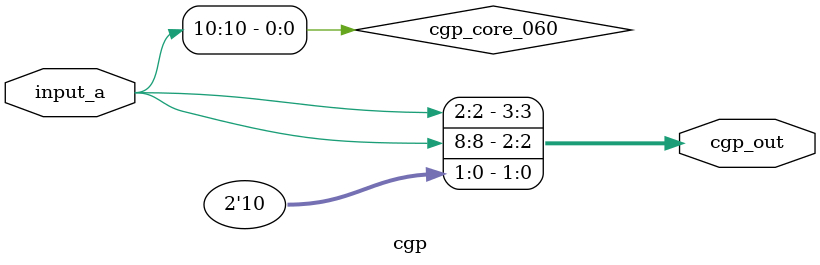
<source format=v>
module cgp(input [13:0] input_a, output [3:0] cgp_out);
  wire cgp_core_017;
  wire cgp_core_021_not;
  wire cgp_core_023_not;
  wire cgp_core_026;
  wire cgp_core_031;
  wire cgp_core_033;
  wire cgp_core_035;
  wire cgp_core_036;
  wire cgp_core_037;
  wire cgp_core_041;
  wire cgp_core_042;
  wire cgp_core_043;
  wire cgp_core_044;
  wire cgp_core_046;
  wire cgp_core_047;
  wire cgp_core_049;
  wire cgp_core_051;
  wire cgp_core_052;
  wire cgp_core_053;
  wire cgp_core_056;
  wire cgp_core_057;
  wire cgp_core_060;
  wire cgp_core_063;
  wire cgp_core_064;
  wire cgp_core_065;
  wire cgp_core_068;
  wire cgp_core_069_not;
  wire cgp_core_070;
  wire cgp_core_071;
  wire cgp_core_072;
  wire cgp_core_074;
  wire cgp_core_075;
  wire cgp_core_078;
  wire cgp_core_079;
  wire cgp_core_080;
  wire cgp_core_081;
  wire cgp_core_083;
  wire cgp_core_086;
  wire cgp_core_087_not;
  wire cgp_core_088;
  wire cgp_core_089;

  assign cgp_core_017 = input_a[3] & input_a[9];
  assign cgp_core_021_not = ~input_a[4];
  assign cgp_core_023_not = ~input_a[7];
  assign cgp_core_026 = ~(input_a[12] ^ input_a[6]);
  assign cgp_core_031 = ~(input_a[1] & input_a[11]);
  assign cgp_core_033 = ~(input_a[5] | input_a[12]);
  assign cgp_core_035 = input_a[1] & input_a[6];
  assign cgp_core_036 = input_a[13] & input_a[4];
  assign cgp_core_037 = ~input_a[10];
  assign cgp_core_041 = input_a[8] & input_a[0];
  assign cgp_core_042 = ~(input_a[9] ^ input_a[8]);
  assign cgp_core_043 = ~(input_a[3] | input_a[9]);
  assign cgp_core_044 = input_a[12] ^ input_a[5];
  assign cgp_core_046 = ~(input_a[5] & input_a[10]);
  assign cgp_core_047 = input_a[1] ^ input_a[7];
  assign cgp_core_049 = ~(input_a[5] | input_a[13]);
  assign cgp_core_051 = ~input_a[1];
  assign cgp_core_052 = input_a[4] & input_a[8];
  assign cgp_core_053 = ~input_a[7];
  assign cgp_core_056 = ~input_a[5];
  assign cgp_core_057 = input_a[13] | input_a[12];
  assign cgp_core_060 = input_a[10] & input_a[10];
  assign cgp_core_063 = ~(input_a[7] | input_a[6]);
  assign cgp_core_064 = ~(input_a[7] ^ input_a[1]);
  assign cgp_core_065 = input_a[5] & input_a[12];
  assign cgp_core_068 = ~(input_a[13] | input_a[13]);
  assign cgp_core_069_not = ~input_a[1];
  assign cgp_core_070 = ~(input_a[3] & input_a[11]);
  assign cgp_core_071 = input_a[12] ^ input_a[9];
  assign cgp_core_072 = ~(input_a[9] ^ input_a[0]);
  assign cgp_core_074 = input_a[13] | input_a[2];
  assign cgp_core_075 = ~(input_a[6] & input_a[2]);
  assign cgp_core_078 = ~(input_a[0] ^ input_a[4]);
  assign cgp_core_079 = ~(input_a[8] ^ input_a[8]);
  assign cgp_core_080 = ~(input_a[13] ^ input_a[5]);
  assign cgp_core_081 = input_a[11] & input_a[7];
  assign cgp_core_083 = ~(input_a[9] | input_a[11]);
  assign cgp_core_086 = ~(input_a[4] | input_a[9]);
  assign cgp_core_087_not = ~input_a[13];
  assign cgp_core_088 = input_a[9] | input_a[13];
  assign cgp_core_089 = ~(input_a[12] ^ input_a[2]);

  assign cgp_out[0] = 1'b0;
  assign cgp_out[1] = 1'b1;
  assign cgp_out[2] = input_a[8];
  assign cgp_out[3] = input_a[2];
endmodule
</source>
